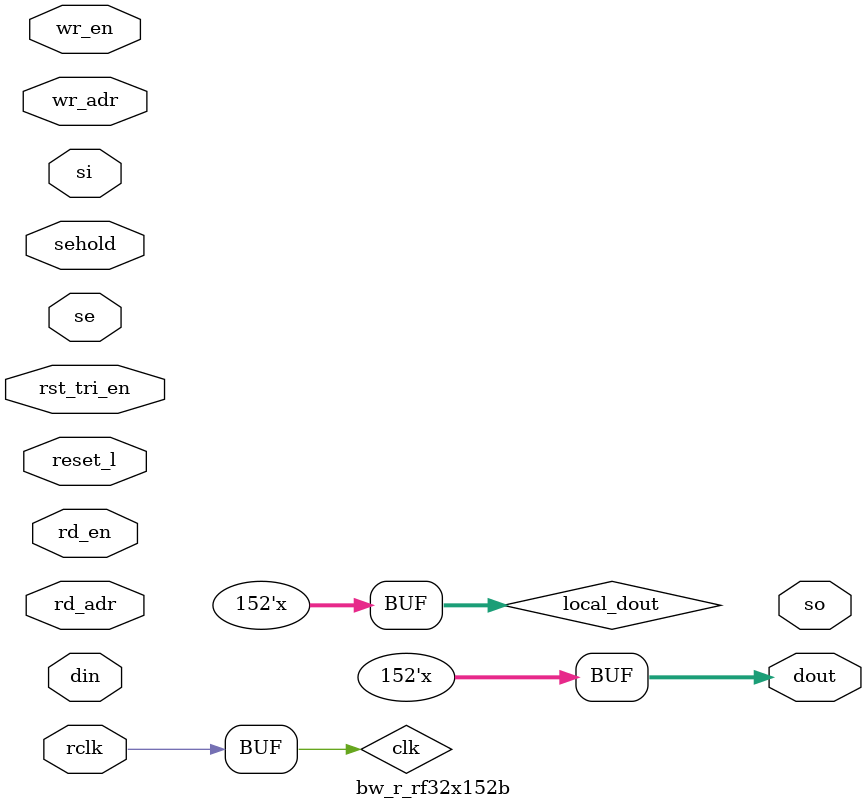
<source format=v>
/*
//      Description:    DCache Fill Queue of Load Store Unit.
//                      - Contains invalidates and loads.
//                      - loads will bypass and/or fill dcache.
//                      - Entry at head of queue may have to
//                      be held for multiple passes.
//
*/

////////////////////////////////////////////////////////////////////////
// Local header file includes / local defines
////////////////////////////////////////////////////////////////////////

//FPGA_SYN enables all FPGA related modifications
`ifdef FPGA_SYN 
`define FPGA_SYN_32x152
`endif

`ifdef FPGA_SYN_32x152


module bw_r_rf32x152b(dout, so, rd_en, rd_adr, wr_en, wr_adr, din, si, se, 
	sehold, rclk, rst_tri_en, reset_l);

	parameter		NUMENTRIES	= 32;

	input	[4:0]		rd_adr;
	input			rd_en;
	input			wr_en;
	input	[4:0]		wr_adr;
	input	[151:0]		din;
	input			rclk;
	input			reset_l;
	input			rst_tri_en;
	input			sehold;
	input			si;
	input			se;
	output	[151:0]		dout;
	reg	[151:0]		dout;
	output			so;

	wire			clk;
	wire			wr_vld;

	reg	[151:0]		dfq_mem[(NUMENTRIES - 1):0] /* synthesis syn_ramstyle = block_ram  syn_ramstyle = no_rw_check */ ;

	assign clk = rclk;
	assign wr_vld = ((wr_en & (~rst_tri_en)) & reset_l);

	always @(posedge clk) begin
	  if (wr_vld) begin
	    dfq_mem[wr_adr] = din;
	  end
	end
	always @(posedge clk) begin
	  if (rd_en) begin
	    dout[151:0] <= dfq_mem[rd_adr[4:0]];
	  end
	end
endmodule


`else

module bw_r_rf32x152b (/*AUTOARG*/
   // Outputs
   dout, so, 
   // Inputs
   rd_en, rd_adr, wr_en, wr_adr, din, 
   si, se, sehold, rclk, rst_tri_en, reset_l);  

parameter NUMENTRIES = 32 ;     // number of entries in dfq 

input [4:0]   rd_adr;     // read adr. 
input         rd_en;      // read pointer
input         wr_en;      // write pointer vld
input [4:0]   wr_adr;     // write adr.
input [151:0] din;            // wr data 
input             rclk;       // clock
input         reset_l;    // active low reset
input         rst_tri_en; // reset and scan  
input         sehold;     // scan hold 
input             si;             // scan in 
input             se;             // scan enable 

output  [151:0] dout ; // data read out
output                  so ;   // scan out  

wire [151:0]    dout;
wire clk; 
wire wr_vld; 

reg     [151:0]         dfq_mem [NUMENTRIES-1:0];

reg [151:0]     local_dout;
// reg                  so; 

integer i,j;

//
// added for atpg support
wire [4:0]   sehold_rd_adr;        // output of sehold mux - read adr. 
wire         sehold_rd_en;         // output of sehold mux - read pointer
wire         sehold_wr_en;         // output of sehold mux - write pointer vld
wire [4:0]   sehold_wr_adr;        // output of sehold mux - write adr.
wire [151:0]  sehold_din;          // wr data 

wire [4:0]   rd_adr_d1;    // flopped read adr. 
wire         rd_en_d1;     // flopped read pointer
wire         wr_en_d1;     // flopped write pointer vld
wire [4:0]   wr_adr_d1;    // flopped write adr.
wire [151:0]  din_d1;      // flopped wr data 

//
// creating local clock
assign clk=rclk;
// 
//=========================================================================================
//      support for atpg pattern generation
//=========================================================================================
//
// read controls
dp_mux2es #(6) mux_sehold_rd_ctrl (
    .in0  ({rd_adr[4:0], rd_en}),
    .in1  ({rd_adr_d1[4:0], rd_en_d1}),
    .sel  (sehold),
    .dout ({sehold_rd_adr[4:0],sehold_rd_en})
);

dff_s #(6) dff_rd_ctrl_d1(
    .din ({sehold_rd_adr[4:0], sehold_rd_en}),
    .q   ({rd_adr_d1[4:0], rd_en_d1}),
    .clk (clk), 
    .se  (se),
    .si  (),
    .so  ()
);
//
// write controls
dp_mux2es #(6) mux_sehold_wr_ctrl (
        .in0    ({wr_adr[4:0], wr_en}),
        .in1    ({wr_adr_d1[4:0], wr_en_d1}),
        .sel    (sehold),
        .dout   ({sehold_wr_adr[4:0],sehold_wr_en})
);

dff_s #(6) dff_wr_ctrl_d1(
    .din ({sehold_wr_adr[4:0], sehold_wr_en}),
    .q   ({wr_adr_d1[4:0], wr_en_d1}),
    .clk (clk), 
    .se  (se),
    .si  (),
    .so  ()
);
//
// write data
dp_mux2es #(152) mux_sehold_din (
        .in0    (din[151:0]),
        .in1    (din_d1[151:0]),
        .sel    (sehold),
        .dout   (sehold_din[151:0])
);

dff_s #(152) dff_din_d1(
    .din (sehold_din[151:0]),
    .q   (din_d1[151:0]),
    .clk (clk), 
    .se  (se),
    .si  (),
    .so  ()
);

//
// diable write to register file during reset or scan
assign wr_vld = sehold_wr_en & ~rst_tri_en & reset_l; 

//    always @ (posedge clk)
//      begin
//         so <= 1'bx;
//      end

//=========================================================================================
//      generate wordlines
//=========================================================================================

// Word-Line Generation skipped. Implicit in read and write.

//=========================================================================================
//      write or read to/from memory
//=========================================================================================


always @ ( posedge clk ) 
        begin
                if (wr_vld)
                 dfq_mem[sehold_wr_adr] = sehold_din[151:0] ;
		end

always @ ( posedge clk ) 
        begin
                   if (sehold_rd_en)
                      begin 
                      if (wr_vld & (sehold_wr_adr[4:0] == sehold_rd_adr[4:0]) )
                         local_dout[151:0] <= 152'hx;
                      else    
                      for (j=0;j<NUMENTRIES;j=j+1)
                      begin
                      if (sehold_rd_adr[4:0] == j)
                         local_dout[151:0] <= dfq_mem[j] ;
                      end
                    end     
        end

always @ ( ~reset_l ) 
	begin
            	local_dout[151:0] <=  
		152'hxx_xxxx_xxxx_xxxx_xxxx_xxxx_xxxx_xxxx_xxxx_xxxx ;
	end


assign dout[151:0] = local_dout[151:0];

// Error Checking : Termination Conditions

always @ (posedge clk)
        begin
                if ((rd_en == 1'bx) | // wr is undefined, thus terminate
                        (sehold_rd_en & (sehold_rd_adr[4:0] == 5'hxx)) & reset_l) // check outside reset.
                        if (sehold_rd_adr[4:0] == 5'hxx)
                        begin
`ifdef INNO_MUXEX
`else
`ifdef DEFINE_0IN
                                // 0in <fire -message "rf32x152b_error, read pointer error (X)"
                                $display("rf32x152b_error"," read pointer error (X) %h ", rd_adr[4:0]);
`else
						`ifdef MODELSIM
                                $display("rf32x152b_error"," read pointer error (X) %h ", rd_adr[4:0]);
						//`else
            //                    $error("rf32x152b_error"," read pointer error (X) %h ", rd_adr[4:0]);
						`endif		
`endif
`endif
                        end
                if ((wr_vld == 1'bx) | // wr is undefined, thus terminate
                        (wr_vld & (sehold_wr_adr[4:0] == 5'hxx)) & reset_l) // check outside reset.
                        begin
`ifdef INNO_MUXEX
`else
`ifdef DEFINE_0IN
                                // 0in <fire -message "rf32x152b_error, write error (X)"
                                $display("rf32x152b_error"," write error (X) %h ", wr_adr[4:0]);
`else
						`ifdef MODELSIM
	                            $display("rf32x152b_error"," write error (X) %h ", wr_adr[4:0]);
						//`else
             //                   $error("rf32x152b_error"," write error (X) %h ", wr_adr[4:0]);
						`endif		
`endif
`endif
                        end
        end

endmodule

`endif


</source>
